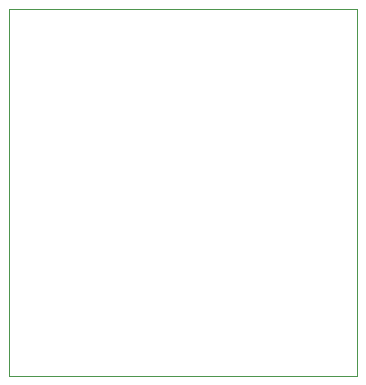
<source format=gbr>
%TF.GenerationSoftware,KiCad,Pcbnew,8.0.1*%
%TF.CreationDate,2024-07-31T22:53:36-04:00*%
%TF.ProjectId,Sensor_manager_V1_glove,53656e73-6f72-45f6-9d61-6e616765725f,rev?*%
%TF.SameCoordinates,Original*%
%TF.FileFunction,Profile,NP*%
%FSLAX46Y46*%
G04 Gerber Fmt 4.6, Leading zero omitted, Abs format (unit mm)*
G04 Created by KiCad (PCBNEW 8.0.1) date 2024-07-31 22:53:36*
%MOMM*%
%LPD*%
G01*
G04 APERTURE LIST*
%TA.AperFunction,Profile*%
%ADD10C,0.050000*%
%TD*%
G04 APERTURE END LIST*
D10*
X68500000Y-39000000D02*
X98000000Y-39000000D01*
X98000000Y-70000000D01*
X68500000Y-70000000D01*
X68500000Y-39000000D01*
M02*

</source>
